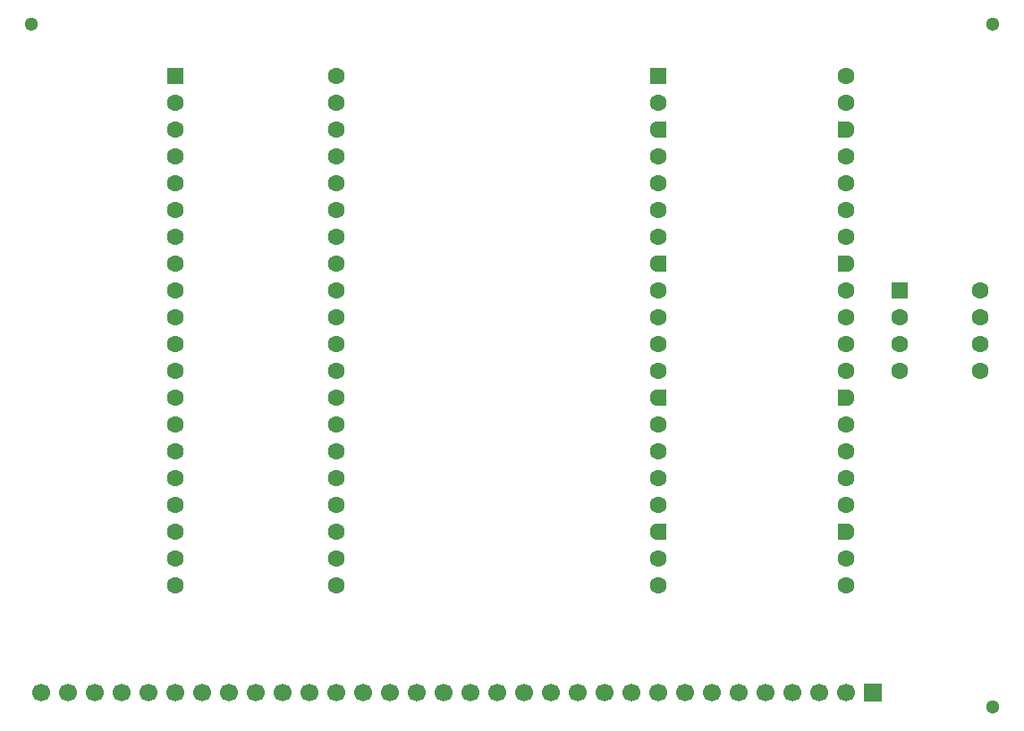
<source format=gbr>
%TF.GenerationSoftware,KiCad,Pcbnew,9.0.6-9.0.6~ubuntu24.04.1*%
%TF.CreationDate,2025-12-07T17:22:10+00:00*%
%TF.ProjectId,board_722039m,626f6172-645f-4373-9232-3033396d2e6b,rev?*%
%TF.SameCoordinates,Original*%
%TF.FileFunction,Soldermask,Bot*%
%TF.FilePolarity,Negative*%
%FSLAX46Y46*%
G04 Gerber Fmt 4.6, Leading zero omitted, Abs format (unit mm)*
G04 Created by KiCad (PCBNEW 9.0.6-9.0.6~ubuntu24.04.1) date 2025-12-07 17:22:10*
%MOMM*%
%LPD*%
G01*
G04 APERTURE LIST*
G04 Aperture macros list*
%AMRoundRect*
0 Rectangle with rounded corners*
0 $1 Rounding radius*
0 $2 $3 $4 $5 $6 $7 $8 $9 X,Y pos of 4 corners*
0 Add a 4 corners polygon primitive as box body*
4,1,4,$2,$3,$4,$5,$6,$7,$8,$9,$2,$3,0*
0 Add four circle primitives for the rounded corners*
1,1,$1+$1,$2,$3*
1,1,$1+$1,$4,$5*
1,1,$1+$1,$6,$7*
1,1,$1+$1,$8,$9*
0 Add four rect primitives between the rounded corners*
20,1,$1+$1,$2,$3,$4,$5,0*
20,1,$1+$1,$4,$5,$6,$7,0*
20,1,$1+$1,$6,$7,$8,$9,0*
20,1,$1+$1,$8,$9,$2,$3,0*%
%AMFreePoly0*
4,1,37,0.603843,0.796157,0.639018,0.796157,0.711114,0.766294,0.766294,0.711114,0.796157,0.639018,0.796157,0.603843,0.800000,0.600000,0.800000,-0.600000,0.796157,-0.603843,0.796157,-0.639018,0.766294,-0.711114,0.711114,-0.766294,0.639018,-0.796157,0.603843,-0.796157,0.600000,-0.800000,0.000000,-0.800000,0.000000,-0.796148,-0.078414,-0.796148,-0.232228,-0.765552,-0.377117,-0.705537,
-0.507515,-0.618408,-0.618408,-0.507515,-0.705537,-0.377117,-0.765552,-0.232228,-0.796148,-0.078414,-0.796148,0.078414,-0.765552,0.232228,-0.705537,0.377117,-0.618408,0.507515,-0.507515,0.618408,-0.377117,0.705537,-0.232228,0.765552,-0.078414,0.796148,0.000000,0.796148,0.000000,0.800000,0.600000,0.800000,0.603843,0.796157,0.603843,0.796157,$1*%
%AMFreePoly1*
4,1,37,0.000000,0.796148,0.078414,0.796148,0.232228,0.765552,0.377117,0.705537,0.507515,0.618408,0.618408,0.507515,0.705537,0.377117,0.765552,0.232228,0.796148,0.078414,0.796148,-0.078414,0.765552,-0.232228,0.705537,-0.377117,0.618408,-0.507515,0.507515,-0.618408,0.377117,-0.705537,0.232228,-0.765552,0.078414,-0.796148,0.000000,-0.796148,0.000000,-0.800000,-0.600000,-0.800000,
-0.603843,-0.796157,-0.639018,-0.796157,-0.711114,-0.766294,-0.766294,-0.711114,-0.796157,-0.639018,-0.796157,-0.603843,-0.800000,-0.600000,-0.800000,0.600000,-0.796157,0.603843,-0.796157,0.639018,-0.766294,0.711114,-0.711114,0.766294,-0.639018,0.796157,-0.603843,0.796157,-0.600000,0.800000,0.000000,0.800000,0.000000,0.796148,0.000000,0.796148,$1*%
G04 Aperture macros list end*
%ADD10RoundRect,0.250000X-0.550000X-0.550000X0.550000X-0.550000X0.550000X0.550000X-0.550000X0.550000X0*%
%ADD11C,1.600000*%
%ADD12C,1.300000*%
%ADD13RoundRect,0.200000X-0.600000X-0.600000X0.600000X-0.600000X0.600000X0.600000X-0.600000X0.600000X0*%
%ADD14FreePoly0,0.000000*%
%ADD15FreePoly1,0.000000*%
%ADD16R,1.700000X1.700000*%
%ADD17C,1.700000*%
G04 APERTURE END LIST*
D10*
%TO.C,U1*%
X62120000Y-37880000D03*
D11*
X62120000Y-40420000D03*
X62120000Y-42960000D03*
X62120000Y-45500000D03*
X62120000Y-48040000D03*
X62120000Y-50580000D03*
X62120000Y-53120000D03*
X62120000Y-55660000D03*
X62120000Y-58200000D03*
X62120000Y-60740000D03*
X62120000Y-63280000D03*
X62120000Y-65820000D03*
X62120000Y-68360000D03*
X62120000Y-70900000D03*
X62120000Y-73440000D03*
X62120000Y-75980000D03*
X62120000Y-78520000D03*
X62120000Y-81060000D03*
X62120000Y-83600000D03*
X62120000Y-86140000D03*
X77360000Y-86140000D03*
X77360000Y-83600000D03*
X77360000Y-81060000D03*
X77360000Y-78520000D03*
X77360000Y-75980000D03*
X77360000Y-73440000D03*
X77360000Y-70900000D03*
X77360000Y-68360000D03*
X77360000Y-65820000D03*
X77360000Y-63280000D03*
X77360000Y-60740000D03*
X77360000Y-58200000D03*
X77360000Y-55660000D03*
X77360000Y-53120000D03*
X77360000Y-50580000D03*
X77360000Y-48040000D03*
X77360000Y-45500000D03*
X77360000Y-42960000D03*
X77360000Y-40420000D03*
X77360000Y-37880000D03*
%TD*%
D12*
%TO.C,H2*%
X139510000Y-32940000D03*
%TD*%
%TO.C,H1*%
X48480000Y-32940000D03*
%TD*%
D13*
%TO.C,J2*%
X107840000Y-37880000D03*
D11*
X107840000Y-40420000D03*
D14*
X107840000Y-42960000D03*
D11*
X107840000Y-45500000D03*
X107840000Y-48040000D03*
X107840000Y-50580000D03*
X107840000Y-53120000D03*
D14*
X107840000Y-55660000D03*
D11*
X107840000Y-58200000D03*
X107840000Y-60740000D03*
X107840000Y-63280000D03*
X107840000Y-65820000D03*
D14*
X107840000Y-68360000D03*
D11*
X107840000Y-70900000D03*
X107840000Y-73440000D03*
X107840000Y-75980000D03*
X107840000Y-78520000D03*
D14*
X107840000Y-81060000D03*
D11*
X107840000Y-83600000D03*
X107840000Y-86140000D03*
X125620000Y-86140000D03*
X125620000Y-83600000D03*
D15*
X125620000Y-81060000D03*
D11*
X125620000Y-78520000D03*
X125620000Y-75980000D03*
X125620000Y-73440000D03*
X125620000Y-70900000D03*
D15*
X125620000Y-68360000D03*
D11*
X125620000Y-65820000D03*
X125620000Y-63280000D03*
X125620000Y-60740000D03*
X125620000Y-58200000D03*
D15*
X125620000Y-55660000D03*
D11*
X125620000Y-53120000D03*
X125620000Y-50580000D03*
X125620000Y-48040000D03*
X125620000Y-45500000D03*
D15*
X125620000Y-42960000D03*
D11*
X125620000Y-40420000D03*
X125620000Y-37880000D03*
%TD*%
D16*
%TO.C,J1*%
X128160000Y-96300000D03*
D17*
X125620000Y-96300000D03*
X123080000Y-96300000D03*
X120540000Y-96300000D03*
X118000000Y-96300000D03*
X115460000Y-96300000D03*
X112920000Y-96300000D03*
X110380000Y-96300000D03*
X107840000Y-96300000D03*
X105300000Y-96300000D03*
X102760000Y-96300000D03*
X100220000Y-96300000D03*
X97680000Y-96300000D03*
X95140000Y-96300000D03*
X92600000Y-96300000D03*
X90060000Y-96300000D03*
X87520000Y-96300000D03*
X84980000Y-96300000D03*
X82440000Y-96300000D03*
X79900000Y-96300000D03*
X77360000Y-96300000D03*
X74820000Y-96300000D03*
X72280000Y-96300000D03*
X69740000Y-96300000D03*
X67200000Y-96300000D03*
X64660000Y-96300000D03*
X62120000Y-96300000D03*
X59580000Y-96300000D03*
X57040000Y-96300000D03*
X54500000Y-96300000D03*
X51960000Y-96300000D03*
X49420000Y-96300000D03*
%TD*%
D12*
%TO.C,H3*%
X139510000Y-97640000D03*
%TD*%
D10*
%TO.C,U2*%
X130700000Y-58200000D03*
D11*
X130700000Y-60740000D03*
X130700000Y-63280000D03*
X130700000Y-65820000D03*
X138320000Y-65820000D03*
X138320000Y-63280000D03*
X138320000Y-60740000D03*
X138320000Y-58200000D03*
%TD*%
M02*

</source>
